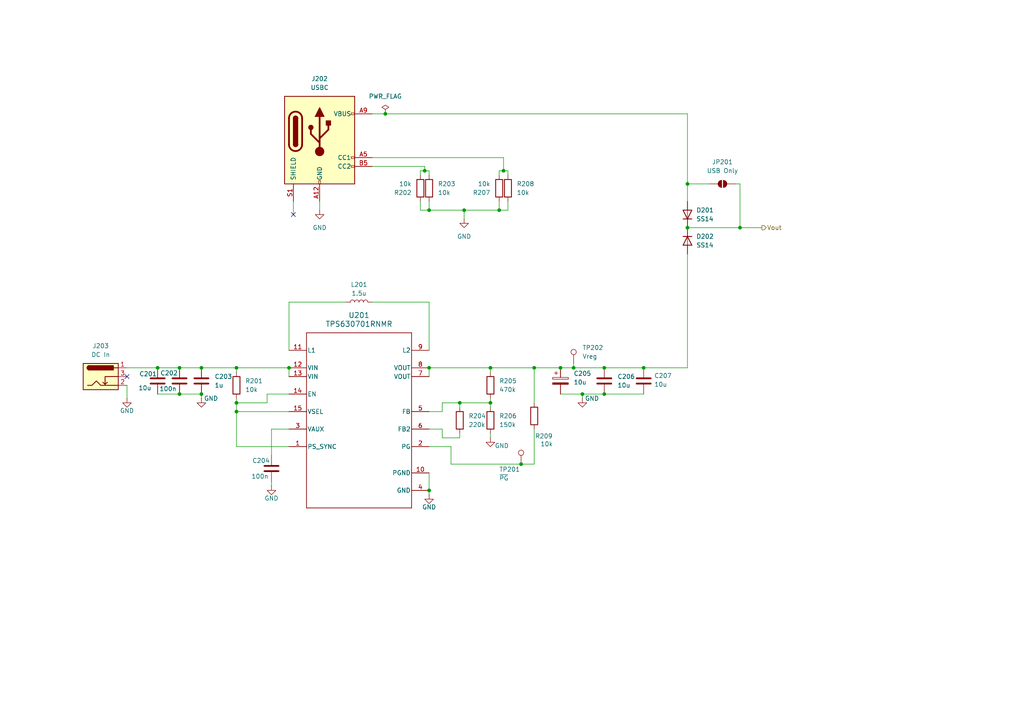
<source format=kicad_sch>
(kicad_sch (version 20250114) (generator "eeschema") (generator_version "9.0")
  (paper "A4")
  (lib_symbols
    (symbol "Connector:Barrel_Jack_Switch" (pin_names (hide yes))
      (property "Reference" "J" (at 0 5.334 0))
      (property "Value" "Barrel_Jack_Switch" (at 0 -5.08 0))
      (symbol "Barrel_Jack_Switch_0_1"
        (rectangle (start -5.08 3.81) (end 5.08 -3.81) (stroke (width 0.254)) (fill (type background)))
        (polyline (pts (xy -3.81 -2.54) (xy -2.54 -2.54) (xy -1.27 -1.27) (xy 0 -2.54) (xy 2.54 -2.54) (xy 5.08 -2.54)) (stroke (width 0.254)))
        (arc (start -3.302 1.905) (mid -3.9343 2.54) (end -3.302 3.175) (stroke (width 0.254)))
        (arc (start -3.302 1.905) (mid -3.9343 2.54) (end -3.302 3.175) (stroke (width 0.254)) (fill (type outline)))
        (polyline (pts (xy 1.27 -2.286) (xy 1.905 -1.651)) (stroke (width 0.254)))
        (rectangle (start 3.683 3.175) (end -3.302 1.905) (stroke (width 0.254)) (fill (type outline)))
        (polyline (pts (xy 5.08 2.54) (xy 3.81 2.54)) (stroke (width 0.254)))
        (polyline (pts (xy 5.08 0) (xy 1.27 0) (xy 1.27 -2.286) (xy 0.635 -1.651)) (stroke (width 0.254)))
      )
      (symbol "Barrel_Jack_Switch_1_1"
        (pin passive line (at 7.62 2.54 180) (length 2.54) (name "~") (number "1"))
        (pin passive line (at 7.62 0 180) (length 2.54) (name "~") (number "3"))
        (pin passive line (at 7.62 -2.54 180) (length 2.54) (name "~") (number "2"))
      )
    )
    (symbol "Connector:TestPoint" (pin_numbers (hide yes)) (pin_names (offset 0.762) (hide yes))
      (property "Reference" "TP" (at 0 6.858 0))
      (property "Value" "TestPoint" (at 0 5.08 0))
      (symbol "TestPoint_0_1"
        (circle (center 0 3.302) (radius 0.762))
      )
      (symbol "TestPoint_1_1"
        (pin passive line (at 0 0 90) (length 2.54) (name "1") (number "1"))
      )
    )
    (symbol "Connector:USB_C_Receptacle_PowerOnly_6P" (pin_names (offset 1.016))
      (property "Reference" "J" (at 0 16.51 0))
      (property "Value" "USB_C_Receptacle_PowerOnly_6P" (at 0 13.97 0))
      (symbol "USB_C_Receptacle_PowerOnly_6P_0_0"
        (rectangle (start -0.254 -12.7) (end 0.254 -11.684))
        (rectangle (start 10.16 7.874) (end 9.144 7.366))
        (rectangle (start 10.16 -4.826) (end 9.144 -5.334))
        (rectangle (start 10.16 -7.366) (end 9.144 -7.874))
      )
      (symbol "USB_C_Receptacle_PowerOnly_6P_0_1"
        (rectangle (start -10.16 12.7) (end 10.16 -12.7) (stroke (width 0.254)) (fill (type background)))
        (polyline (pts (xy -8.89 -1.27) (xy -8.89 6.35)) (stroke (width 0.508)))
        (rectangle (start -7.62 -1.27) (end -6.35 6.35) (stroke (width 0.254)) (fill (type outline)))
        (arc (start -7.62 6.35) (mid -6.985 6.9823) (end -6.35 6.35) (stroke (width 0.254)))
        (arc (start -7.62 6.35) (mid -6.985 6.9823) (end -6.35 6.35) (stroke (width 0.254)) (fill (type outline)))
        (arc (start -8.89 6.35) (mid -6.985 8.2467) (end -5.08 6.35) (stroke (width 0.508)))
        (arc (start -5.08 -1.27) (mid -6.985 -3.1667) (end -8.89 -1.27) (stroke (width 0.508)))
        (arc (start -6.35 -1.27) (mid -6.985 -1.9023) (end -7.62 -1.27) (stroke (width 0.254)))
        (arc (start -6.35 -1.27) (mid -6.985 -1.9023) (end -7.62 -1.27) (stroke (width 0.254)) (fill (type outline)))
        (polyline (pts (xy -5.08 6.35) (xy -5.08 -1.27)) (stroke (width 0.508)))
        (circle (center -2.54 3.683) (radius 0.635) (stroke (width 0.254)) (fill (type outline)))
        (polyline (pts (xy -1.27 6.858) (xy 0 9.398) (xy 1.27 6.858) (xy -1.27 6.858)) (stroke (width 0.254)) (fill (type outline)))
        (polyline (pts (xy 0 0.508) (xy 2.54 3.048) (xy 2.54 4.318)) (stroke (width 0.508)))
        (polyline (pts (xy 0 -0.762) (xy -2.54 1.778) (xy -2.54 3.048)) (stroke (width 0.508)))
        (polyline (pts (xy 0 -3.302) (xy 0 6.858)) (stroke (width 0.508)))
        (circle (center 0 -3.302) (radius 1.27) (fill (type outline)))
        (rectangle (start 1.905 4.318) (end 3.175 5.588) (stroke (width 0.254)) (fill (type outline)))
      )
      (symbol "USB_C_Receptacle_PowerOnly_6P_1_1"
        (pin passive line (at -7.62 -17.78 90) (length 5.08) (name "SHIELD") (number "S1"))
        (pin passive line (at 0 -17.78 90) (length 5.08) (name "GND") (number "A12"))
        (pin passive line (at 0 -17.78 90) (length 5.08) (hide yes) (name "GND") (number "B12"))
        (pin passive line (at 15.24 7.62 180) (length 5.08) (name "VBUS") (number "A9"))
        (pin passive line (at 15.24 7.62 180) (length 5.08) (hide yes) (name "VBUS") (number "B9"))
        (pin bidirectional line (at 15.24 -5.08 180) (length 5.08) (name "CC1") (number "A5"))
        (pin bidirectional line (at 15.24 -7.62 180) (length 5.08) (name "CC2") (number "B5"))
      )
    )
    (symbol "Device:C" (pin_numbers (hide yes)) (pin_names (offset 0.254))
      (property "Reference" "C" (at 0.635 2.54 0))
      (property "Value" "C" (at 0.635 -2.54 0))
      (symbol "C_0_1"
        (polyline (pts (xy -2.032 0.762) (xy 2.032 0.762)) (stroke (width 0.508)))
        (polyline (pts (xy -2.032 -0.762) (xy 2.032 -0.762)) (stroke (width 0.508)))
      )
      (symbol "C_1_1"
        (pin passive line (at 0 3.81 270) (length 2.794) (name "~") (number "1"))
        (pin passive line (at 0 -3.81 90) (length 2.794) (name "~") (number "2"))
      )
    )
    (symbol "Device:C_Polarized" (pin_numbers (hide yes)) (pin_names (offset 0.254))
      (property "Reference" "C" (at 0.635 2.54 0))
      (property "Value" "C_Polarized" (at 0.635 -2.54 0))
      (symbol "C_Polarized_0_1"
        (rectangle (start -2.286 0.508) (end 2.286 1.016))
        (polyline (pts (xy -1.778 2.286) (xy -0.762 2.286)))
        (polyline (pts (xy -1.27 2.794) (xy -1.27 1.778)))
        (rectangle (start 2.286 -0.508) (end -2.286 -1.016) (fill (type outline)))
      )
      (symbol "C_Polarized_1_1"
        (pin passive line (at 0 3.81 270) (length 2.794) (name "~") (number "1"))
        (pin passive line (at 0 -3.81 90) (length 2.794) (name "~") (number "2"))
      )
    )
    (symbol "Device:D" (pin_numbers (hide yes)) (pin_names (offset 1.016) (hide yes))
      (property "Reference" "D" (at 0 2.54 0))
      (property "Value" "D" (at 0 -2.54 0))
      (symbol "D_0_1"
        (polyline (pts (xy -1.27 1.27) (xy -1.27 -1.27)) (stroke (width 0.254)))
        (polyline (pts (xy 1.27 1.27) (xy 1.27 -1.27) (xy -1.27 0) (xy 1.27 1.27)) (stroke (width 0.254)))
        (polyline (pts (xy 1.27 0) (xy -1.27 0)))
      )
      (symbol "D_1_1"
        (pin passive line (at -3.81 0 0) (length 2.54) (name "K") (number "1"))
        (pin passive line (at 3.81 0 180) (length 2.54) (name "A") (number "2"))
      )
    )
    (symbol "Device:L" (pin_numbers (hide yes)) (pin_names (offset 1.016) (hide yes))
      (property "Reference" "L" (at -1.27 0 90))
      (property "Value" "L" (at 1.905 0 90))
      (symbol "L_0_1"
        (arc (start 0 2.54) (mid 0.6323 1.905) (end 0 1.27))
        (arc (start 0 1.27) (mid 0.6323 0.635) (end 0 0))
        (arc (start 0 0) (mid 0.6323 -0.635) (end 0 -1.27))
        (arc (start 0 -1.27) (mid 0.6323 -1.905) (end 0 -2.54))
      )
      (symbol "L_1_1"
        (pin passive line (at 0 3.81 270) (length 1.27) (name "1") (number "1"))
        (pin passive line (at 0 -3.81 90) (length 1.27) (name "2") (number "2"))
      )
    )
    (symbol "Device:R" (pin_numbers (hide yes)) (pin_names (offset 0))
      (property "Reference" "R" (at 2.032 0 90))
      (property "Value" "R" (at 0 0 90))
      (symbol "R_0_1"
        (rectangle (start -1.016 -2.54) (end 1.016 2.54) (stroke (width 0.254)))
      )
      (symbol "R_1_1"
        (pin passive line (at 0 3.81 270) (length 1.27) (name "~") (number "1"))
        (pin passive line (at 0 -3.81 90) (length 1.27) (name "~") (number "2"))
      )
    )
    (symbol "Jumper:SolderJumper_2_Open" (pin_numbers (hide yes)) (pin_names (offset 0) (hide yes)) (in_bom no)
      (property "Reference" "JP" (at 0 2.032 0))
      (property "Value" "SolderJumper_2_Open" (at 0 -2.54 0))
      (symbol "SolderJumper_2_Open_0_1"
        (polyline (pts (xy -0.254 1.016) (xy -0.254 -1.016)))
        (arc (start -0.254 -1.016) (mid -1.2656 0) (end -0.254 1.016))
        (arc (start -0.254 -1.016) (mid -1.2656 0) (end -0.254 1.016) (fill (type outline)))
        (arc (start 0.254 1.016) (mid 1.2656 0) (end 0.254 -1.016))
        (arc (start 0.254 1.016) (mid 1.2656 0) (end 0.254 -1.016) (fill (type outline)))
        (polyline (pts (xy 0.254 1.016) (xy 0.254 -1.016)))
      )
      (symbol "SolderJumper_2_Open_1_1"
        (pin passive line (at -3.81 0 0) (length 2.54) (name "A") (number "1"))
        (pin passive line (at 3.81 0 180) (length 2.54) (name "B") (number "2"))
      )
    )
    (symbol "TPS63070:TPS630701RNMR" (pin_names (offset 0.254))
      (property "Reference" "U" (at 0 2.54 0))
      (property "Value" "TPS630701RNMR" (at 0 0 0))
      (symbol "TPS630701RNMR_0_1"
        (polyline (pts (xy -15.24 25.4) (xy -15.24 -25.4)) (stroke (width 0.2032)))
        (polyline (pts (xy -15.24 -25.4) (xy 15.24 -25.4)) (stroke (width 0.2032)))
        (polyline (pts (xy 15.24 25.4) (xy -15.24 25.4)) (stroke (width 0.2032)))
        (polyline (pts (xy 15.24 -25.4) (xy 15.24 25.4)) (stroke (width 0.2032)))
        (pin unspecified line (at -20.32 20.32 0) (length 5.08) (name "L1") (number "11"))
        (pin power_in line (at -20.32 15.24 0) (length 5.08) (name "VIN") (number "12"))
        (pin power_in line (at -20.32 12.7 0) (length 5.08) (name "VIN") (number "13"))
        (pin input line (at -20.32 7.62 0) (length 5.08) (name "EN") (number "14"))
        (pin input line (at -20.32 2.54 0) (length 5.08) (name "VSEL") (number "15"))
        (pin unspecified line (at -20.32 -2.54 0) (length 5.08) (name "VAUX") (number "3"))
        (pin input line (at -20.32 -7.62 0) (length 5.08) (name "PS_SYNC") (number "1"))
        (pin unspecified line (at 20.32 20.32 180) (length 5.08) (name "L2") (number "9"))
        (pin power_in line (at 20.32 15.24 180) (length 5.08) (name "VOUT") (number "8"))
        (pin power_in line (at 20.32 12.7 180) (length 5.08) (name "VOUT") (number "7"))
        (pin output line (at 20.32 2.54 180) (length 5.08) (name "FB") (number "5"))
        (pin input line (at 20.32 -2.54 180) (length 5.08) (name "FB2") (number "6"))
        (pin open_collector line (at 20.32 -7.62 180) (length 5.08) (name "PG") (number "2"))
        (pin power_in line (at 20.32 -15.24 180) (length 5.08) (name "PGND") (number "10"))
        (pin power_in line (at 20.32 -20.32 180) (length 5.08) (name "GND") (number "4"))
      )
    )
    (symbol "power:GND" (power) (pin_numbers (hide yes)) (pin_names (offset 0) (hide yes))
      (property "Value" "GND" (at 0 -3.81 0))
      (symbol "GND_0_1"
        (polyline (pts (xy 0 0) (xy 0 -1.27) (xy 1.27 -1.27) (xy 0 -2.54) (xy -1.27 -1.27) (xy 0 -1.27)))
      )
      (symbol "GND_1_1"
        (pin power_in line (at 0 0 270) (length 0) (name "~") (number "1"))
      )
    )
    (symbol "power:PWR_FLAG" (power) (pin_numbers (hide yes)) (pin_names (offset 0) (hide yes))
      (property "Value" "PWR_FLAG" (at 0 3.81 0))
      (symbol "PWR_FLAG_0_0"
        (pin power_out line (at 0 0 90) (length 0) (name "~") (number "1"))
      )
      (symbol "PWR_FLAG_0_1"
        (polyline (pts (xy 0 0) (xy 0 1.27) (xy -1.016 1.905) (xy 0 2.54) (xy 1.016 1.905) (xy 0 1.27)))
      )
    )
  )
  (junction (at 68.58 119.38))
  (junction (at 154.94 106.68))
  (junction (at 123.19 49.53))
  (junction (at 168.91 114.3))
  (junction (at 124.46 60.96))
  (junction (at 186.69 106.68))
  (junction (at 166.37 106.68))
  (junction (at 162.56 106.68))
  (junction (at 134.62 60.96))
  (junction (at 58.42 114.3))
  (junction (at 142.24 116.84))
  (junction (at 52.07 114.3))
  (junction (at 142.24 106.68))
  (junction (at 146.05 49.53))
  (junction (at 175.26 114.3))
  (junction (at 83.82 106.68))
  (junction (at 175.26 106.68))
  (junction (at 144.78 60.96))
  (junction (at 68.58 106.68))
  (junction (at 111.76 33.02))
  (junction (at 133.35 116.84))
  (junction (at 214.63 66.04))
  (junction (at 124.46 106.68))
  (junction (at 199.39 66.04))
  (junction (at 52.07 106.68))
  (junction (at 151.13 134.62))
  (junction (at 45.72 106.68))
  (junction (at 58.42 106.68))
  (junction (at 124.46 142.24))
  (junction (at 68.58 116.84))
  (junction (at 199.39 53.34))
  (no_connect (at 36.83 109.22))
  (no_connect (at 85.09 62.23))
  (wire (pts (xy 214.63 66.04) (xy 220.98 66.04)))
  (wire (pts (xy 147.32 49.53) (xy 147.32 50.8)))
  (wire (pts (xy 121.92 60.96) (xy 124.46 60.96)))
  (wire (pts (xy 128.27 116.84) (xy 133.35 116.84)))
  (wire (pts (xy 77.47 114.3) (xy 83.82 114.3)))
  (wire (pts (xy 154.94 134.62) (xy 151.13 134.62)))
  (wire (pts (xy 162.56 106.68) (xy 166.37 106.68)))
  (wire (pts (xy 213.36 53.34) (xy 214.63 53.34)))
  (wire (pts (xy 146.05 45.72) (xy 107.95 45.72)))
  (wire (pts (xy 124.46 58.42) (xy 124.46 60.96)))
  (wire (pts (xy 128.27 127) (xy 128.27 124.46)))
  (wire (pts (xy 133.35 127) (xy 133.35 125.73)))
  (wire (pts (xy 142.24 107.95) (xy 142.24 106.68)))
  (wire (pts (xy 68.58 129.54) (xy 68.58 119.38)))
  (wire (pts (xy 144.78 49.53) (xy 144.78 50.8)))
  (wire (pts (xy 124.46 119.38) (xy 128.27 119.38)))
  (wire (pts (xy 134.62 60.96) (xy 144.78 60.96)))
  (wire (pts (xy 78.74 139.7) (xy 78.74 140.97)))
  (wire (pts (xy 68.58 116.84) (xy 68.58 115.57)))
  (wire (pts (xy 121.92 58.42) (xy 121.92 60.96)))
  (wire (pts (xy 36.83 111.76) (xy 36.83 115.57)))
  (wire (pts (xy 124.46 106.68) (xy 142.24 106.68)))
  (wire (pts (xy 111.76 33.02) (xy 107.95 33.02)))
  (wire (pts (xy 147.32 60.96) (xy 147.32 58.42)))
  (wire (pts (xy 124.46 129.54) (xy 130.81 129.54)))
  (wire (pts (xy 83.82 87.63) (xy 100.33 87.63)))
  (wire (pts (xy 199.39 58.42) (xy 199.39 53.34)))
  (wire (pts (xy 123.19 49.53) (xy 123.19 48.26)))
  (wire (pts (xy 142.24 116.84) (xy 142.24 118.11)))
  (wire (pts (xy 130.81 129.54) (xy 130.81 134.62)))
  (wire (pts (xy 168.91 114.3) (xy 168.91 115.57)))
  (wire (pts (xy 83.82 129.54) (xy 68.58 129.54)))
  (wire (pts (xy 124.46 106.68) (xy 124.46 109.22)))
  (wire (pts (xy 199.39 53.34) (xy 199.39 33.02)))
  (wire (pts (xy 142.24 106.68) (xy 154.94 106.68)))
  (wire (pts (xy 128.27 124.46) (xy 124.46 124.46)))
  (wire (pts (xy 58.42 106.68) (xy 68.58 106.68)))
  (wire (pts (xy 68.58 106.68) (xy 83.82 106.68)))
  (wire (pts (xy 52.07 106.68) (xy 58.42 106.68)))
  (wire (pts (xy 121.92 50.8) (xy 121.92 49.53)))
  (wire (pts (xy 111.76 33.02) (xy 199.39 33.02)))
  (wire (pts (xy 199.39 53.34) (xy 205.74 53.34)))
  (wire (pts (xy 68.58 119.38) (xy 68.58 116.84)))
  (wire (pts (xy 199.39 66.04) (xy 214.63 66.04)))
  (wire (pts (xy 144.78 49.53) (xy 146.05 49.53)))
  (wire (pts (xy 77.47 116.84) (xy 68.58 116.84)))
  (wire (pts (xy 58.42 115.57) (xy 58.42 114.3)))
  (wire (pts (xy 144.78 60.96) (xy 147.32 60.96)))
  (wire (pts (xy 154.94 106.68) (xy 162.56 106.68)))
  (wire (pts (xy 78.74 124.46) (xy 78.74 132.08)))
  (wire (pts (xy 123.19 49.53) (xy 124.46 49.53)))
  (wire (pts (xy 36.83 106.68) (xy 45.72 106.68)))
  (wire (pts (xy 83.82 124.46) (xy 78.74 124.46)))
  (wire (pts (xy 124.46 87.63) (xy 124.46 101.6)))
  (wire (pts (xy 214.63 53.34) (xy 214.63 66.04)))
  (wire (pts (xy 134.62 60.96) (xy 124.46 60.96)))
  (wire (pts (xy 130.81 134.62) (xy 151.13 134.62)))
  (wire (pts (xy 144.78 58.42) (xy 144.78 60.96)))
  (wire (pts (xy 154.94 106.68) (xy 154.94 116.84)))
  (wire (pts (xy 186.69 106.68) (xy 199.39 106.68)))
  (wire (pts (xy 128.27 119.38) (xy 128.27 116.84)))
  (wire (pts (xy 124.46 142.24) (xy 124.46 143.51)))
  (wire (pts (xy 107.95 48.26) (xy 123.19 48.26)))
  (wire (pts (xy 146.05 49.53) (xy 147.32 49.53)))
  (wire (pts (xy 68.58 106.68) (xy 68.58 107.95)))
  (wire (pts (xy 92.71 58.42) (xy 92.71 60.96)))
  (wire (pts (xy 68.58 119.38) (xy 83.82 119.38)))
  (wire (pts (xy 83.82 101.6) (xy 83.82 87.63)))
  (wire (pts (xy 166.37 105.41) (xy 166.37 106.68)))
  (wire (pts (xy 45.72 114.3) (xy 52.07 114.3)))
  (wire (pts (xy 124.46 137.16) (xy 124.46 142.24)))
  (wire (pts (xy 124.46 50.8) (xy 124.46 49.53)))
  (wire (pts (xy 121.92 49.53) (xy 123.19 49.53)))
  (wire (pts (xy 142.24 115.57) (xy 142.24 116.84)))
  (wire (pts (xy 45.72 106.68) (xy 52.07 106.68)))
  (wire (pts (xy 133.35 116.84) (xy 142.24 116.84)))
  (wire (pts (xy 166.37 106.68) (xy 175.26 106.68)))
  (wire (pts (xy 52.07 114.3) (xy 58.42 114.3)))
  (wire (pts (xy 146.05 49.53) (xy 146.05 45.72)))
  (wire (pts (xy 154.94 124.46) (xy 154.94 134.62)))
  (wire (pts (xy 175.26 106.68) (xy 186.69 106.68)))
  (wire (pts (xy 142.24 125.73) (xy 142.24 127)))
  (wire (pts (xy 199.39 106.68) (xy 199.39 73.66)))
  (wire (pts (xy 168.91 114.3) (xy 175.26 114.3)))
  (wire (pts (xy 133.35 127) (xy 128.27 127)))
  (wire (pts (xy 83.82 106.68) (xy 83.82 109.22)))
  (wire (pts (xy 162.56 114.3) (xy 168.91 114.3)))
  (wire (pts (xy 85.09 58.42) (xy 85.09 62.23)))
  (wire (pts (xy 107.95 87.63) (xy 124.46 87.63)))
  (wire (pts (xy 133.35 118.11) (xy 133.35 116.84)))
  (wire (pts (xy 175.26 114.3) (xy 186.69 114.3)))
  (wire (pts (xy 77.47 114.3) (xy 77.47 116.84)))
  (wire (pts (xy 134.62 60.96) (xy 134.62 63.5)))
  (hierarchical_label "Vout" (shape output) (at 220.98 66.04 0))
  (symbol (lib_id "Device:R") (at 154.94 120.65 0) (unit 1) (in_bom no)
    (property "Reference" "R209" (at 155.194 126.492 0) (effects (justify left)))
    (property "Value" "10k" (at 156.718 128.778 0) (effects (justify left)))
    (property "Footprint" "Resistor_SMD:R_1206_3216Metric_Pad1.30x1.75mm_HandSolder" (effects (hide yes)))
    (property "Description" "Resistor" (effects (hide yes)))
  )
  (symbol (lib_id "Device:C") (at 58.42 110.49 0) (unit 1)
    (property "Reference" "C203" (at 62.23 109.2199 0) (effects (justify left)))
    (property "Value" "1u" (at 62.23 111.7599 0) (effects (justify left)))
    (property "Footprint" "Capacitor_SMD:C_0805_2012Metric_Pad1.18x1.45mm_HandSolder" (effects (hide yes)))
    (property "Description" "Unpolarized capacitor" (effects (hide yes)))
    (property "LCSC" "C7393927" (effects (hide yes)))
  )
  (symbol (lib_id "Device:R") (at 142.24 111.76 0) (unit 1)
    (property "Reference" "R205" (at 144.78 110.4899 0) (effects (justify left)))
    (property "Value" "470k" (at 144.78 113.0299 0) (effects (justify left)))
    (property "Footprint" "Resistor_SMD:R_0805_2012Metric_Pad1.20x1.40mm_HandSolder" (effects (hide yes)))
    (property "Description" "Resistor" (effects (hide yes)))
    (property "LCSC" "C3016836" (effects (hide yes)))
  )
  (symbol (lib_id "Device:R") (at 121.92 54.61 180) (unit 1) (in_bom no)
    (property "Reference" "R202" (at 119.38 55.8801 0) (effects (justify left)))
    (property "Value" "10k" (at 119.38 53.3401 0) (effects (justify left)))
    (property "Footprint" "Resistor_SMD:R_1206_3216Metric_Pad1.30x1.75mm_HandSolder" (effects (hide yes)))
    (property "Description" "Resistor" (effects (hide yes)))
  )
  (symbol (lib_id "power:GND") (at 168.91 115.57 0) (unit 1)
    (property "Reference" "#PWR0208" (effects (hide yes)))
    (property "Value" "GND" (at 171.704 115.57 0))
    (property "Description" "Power symbol creates a global label with name \"GND\" , ground" (effects (hide yes)))
  )
  (symbol (lib_id "power:GND") (at 58.42 115.57 0) (unit 1)
    (property "Reference" "#PWR0202" (effects (hide yes)))
    (property "Value" "GND" (at 61.214 115.57 0))
    (property "Description" "Power symbol creates a global label with name \"GND\" , ground" (effects (hide yes)))
  )
  (symbol (lib_id "Device:R") (at 147.32 54.61 0) (unit 1) (in_bom no)
    (property "Reference" "R208" (at 149.86 53.3399 0) (effects (justify left)))
    (property "Value" "10k" (at 149.86 55.8799 0) (effects (justify left)))
    (property "Footprint" "Resistor_SMD:R_1206_3216Metric_Pad1.30x1.75mm_HandSolder" (effects (hide yes)))
    (property "Description" "Resistor" (effects (hide yes)))
  )
  (symbol (lib_id "Device:R") (at 144.78 54.61 180) (unit 1) (in_bom no)
    (property "Reference" "R207" (at 142.24 55.8801 0) (effects (justify left)))
    (property "Value" "10k" (at 142.24 53.3401 0) (effects (justify left)))
    (property "Footprint" "Resistor_SMD:R_1206_3216Metric_Pad1.30x1.75mm_HandSolder" (effects (hide yes)))
    (property "Description" "Resistor" (effects (hide yes)))
  )
  (symbol (lib_id "Connector:TestPoint") (at 151.13 134.62 0) (unit 1) (in_bom no)
    (property "Reference" "TP201" (at 144.78 136.144 0) (effects (justify left)))
    (property "Value" "~{PG}" (at 144.78 138.684 0) (effects (justify left)))
    (property "Footprint" "TestPoint:TestPoint_Pad_D2.0mm" (effects (hide yes)))
    (property "Description" "test point" (effects (hide yes)))
  )
  (symbol (lib_id "power:GND") (at 36.83 115.57 0) (unit 1)
    (property "Reference" "#PWR0201" (effects (hide yes)))
    (property "Value" "GND" (at 36.83 119.126 0))
    (property "Description" "Power symbol creates a global label with name \"GND\" , ground" (effects (hide yes)))
  )
  (symbol (lib_id "power:GND") (at 124.46 143.51 0) (unit 1)
    (property "Reference" "#PWR0205" (effects (hide yes)))
    (property "Value" "GND" (at 124.46 147.066 0))
    (property "Description" "Power symbol creates a global label with name \"GND\" , ground" (effects (hide yes)))
  )
  (symbol (lib_id "power:GND") (at 142.24 127 0) (unit 1)
    (property "Reference" "#PWR0207" (effects (hide yes)))
    (property "Value" "GND" (at 145.542 129.286 0))
    (property "Description" "Power symbol creates a global label with name \"GND\" , ground" (effects (hide yes)))
  )
  (symbol (lib_id "power:GND") (at 92.71 60.96 0) (unit 1)
    (property "Reference" "#PWR0204" (effects (hide yes)))
    (property "Value" "GND" (at 92.71 66.04 0))
    (property "Description" "Power symbol creates a global label with name \"GND\" , ground" (effects (hide yes)))
  )
  (symbol (lib_id "Device:C") (at 78.74 135.89 0) (unit 1) (in_bom no)
    (property "Reference" "C204" (at 73.152 133.604 0) (effects (justify left)))
    (property "Value" "100n" (at 72.898 138.176 0) (effects (justify left)))
    (property "Footprint" "Capacitor_SMD:C_1206_3216Metric_Pad1.33x1.80mm_HandSolder" (effects (hide yes)))
    (property "Description" "Unpolarized capacitor" (effects (hide yes)))
  )
  (symbol (lib_id "Device:C") (at 186.69 110.49 0) (unit 1) (in_bom no)
    (property "Reference" "C207" (at 189.738 108.966 0) (effects (justify left)))
    (property "Value" "10u" (at 189.738 111.506 0) (effects (justify left)))
    (property "Footprint" "Capacitor_SMD:C_1206_3216Metric_Pad1.33x1.80mm_HandSolder" (effects (hide yes)))
    (property "Description" "Unpolarized capacitor" (effects (hide yes)))
  )
  (symbol (lib_id "Device:C") (at 52.07 110.49 0) (unit 1) (in_bom no)
    (property "Reference" "C202" (at 46.482 108.204 0) (effects (justify left)))
    (property "Value" "100n" (at 46.228 112.776 0) (effects (justify left)))
    (property "Footprint" "Capacitor_SMD:C_1206_3216Metric_Pad1.33x1.80mm_HandSolder" (effects (hide yes)))
    (property "Description" "Unpolarized capacitor" (effects (hide yes)))
  )
  (symbol (lib_id "Device:C") (at 175.26 110.49 0) (unit 1) (in_bom no)
    (property "Reference" "C206" (at 179.07 109.2199 0) (effects (justify left)))
    (property "Value" "10u" (at 179.07 111.7599 0) (effects (justify left)))
    (property "Footprint" "Capacitor_SMD:C_1206_3216Metric_Pad1.33x1.80mm_HandSolder" (effects (hide yes)))
    (property "Description" "Unpolarized capacitor" (effects (hide yes)))
  )
  (symbol (lib_id "TPS63070:TPS630701RNMR") (at 104.14 121.92 0) (unit 1)
    (property "Reference" "U201" (at 104.14 91.44 0) (effects (font (size 1.524 1.524))))
    (property "Value" "TPS630701RNMR" (at 104.14 93.98 0) (effects (font (size 1.524 1.524))))
    (property "Footprint" "lib:TPS63070" (effects (hide yes)))
    (property "Datasheet" "https://www.ti.com/lit/gpn/TPS63070" (effects (hide yes)))
    (property "LCSC" "C109322" (effects (hide yes)))
  )
  (symbol (lib_id "Device:C") (at 45.72 110.49 0) (unit 1) (in_bom no)
    (property "Reference" "C201" (at 40.386 108.458 0) (effects (justify left)))
    (property "Value" "10u" (at 40.132 112.522 0) (effects (justify left)))
    (property "Footprint" "Capacitor_SMD:C_1206_3216Metric_Pad1.33x1.80mm_HandSolder" (effects (hide yes)))
    (property "Description" "Unpolarized capacitor" (effects (hide yes)))
  )
  (symbol (lib_id "power:PWR_FLAG") (at 111.76 33.02 0) (unit 1)
    (property "Reference" "#FLG0201" (effects (hide yes)))
    (property "Value" "PWR_FLAG" (at 111.76 27.94 0))
    (property "Description" "Special symbol for telling ERC where power comes from" (effects (hide yes)))
  )
  (symbol (lib_id "Device:D") (at 199.39 62.23 90) (unit 1)
    (property "Reference" "D201" (at 201.93 60.9599 90) (effects (justify right)))
    (property "Value" "SS14" (at 201.93 63.4999 90) (effects (justify right)))
    (property "Footprint" "Diode_SMD:D_SMA_Handsoldering" (effects (hide yes)))
    (property "Datasheet" "https://www.lcsc.com/datasheet/lcsc_datasheet_2410121628_GOODWORK-SS14_C2986110.pdf" (effects (hide yes)))
    (property "Description" "Diode" (effects (hide yes)))
    (property "Sim.Device" "D" (effects (hide yes)))
    (property "Sim.Pins" "1=K 2=A" (effects (hide yes)))
    (property "LCSC" "C2986110" (effects (hide yes)))
  )
  (symbol (lib_id "power:GND") (at 134.62 63.5 0) (unit 1)
    (property "Reference" "#PWR0206" (effects (hide yes)))
    (property "Value" "GND" (at 134.62 68.58 0))
    (property "Description" "Power symbol creates a global label with name \"GND\" , ground" (effects (hide yes)))
  )
  (symbol (lib_id "Device:C_Polarized") (at 162.56 110.49 0) (unit 1) (in_bom no)
    (property "Reference" "C205" (at 166.37 108.3309 0) (effects (justify left)))
    (property "Value" "10u" (at 166.37 110.8709 0) (effects (justify left)))
    (property "Footprint" "Capacitor_Tantalum_SMD:CP_EIA-7343-31_Kemet-D_HandSolder" (effects (hide yes)))
    (property "Description" "Polarized capacitor" (effects (hide yes)))
  )
  (symbol (lib_id "Device:R") (at 142.24 121.92 0) (unit 1)
    (property "Reference" "R206" (at 144.78 120.6499 0) (effects (justify left)))
    (property "Value" "150k" (at 144.78 123.1899 0) (effects (justify left)))
    (property "Footprint" "Resistor_SMD:R_0805_2012Metric_Pad1.20x1.40mm_HandSolder" (effects (hide yes)))
    (property "Description" "Resistor" (effects (hide yes)))
    (property "LCSC" "C365243" (effects (hide yes)))
  )
  (symbol (lib_id "Device:D") (at 199.39 69.85 270) (unit 1)
    (property "Reference" "D202" (at 201.93 68.5799 90) (effects (justify left)))
    (property "Value" "SS14" (at 201.93 71.1199 90) (effects (justify left)))
    (property "Footprint" "Diode_SMD:D_SMA_Handsoldering" (effects (hide yes)))
    (property "Datasheet" "https://www.lcsc.com/datasheet/lcsc_datasheet_2410121628_GOODWORK-SS14_C2986110.pdf" (effects (hide yes)))
    (property "Description" "Diode" (effects (hide yes)))
    (property "Sim.Device" "D" (effects (hide yes)))
    (property "Sim.Pins" "1=K 2=A" (effects (hide yes)))
    (property "LCSC" "C2986110" (effects (hide yes)))
  )
  (symbol (lib_id "Jumper:SolderJumper_2_Open") (at 209.55 53.34 0) (unit 1) (in_bom no)
    (property "Reference" "JP201" (at 209.55 46.99 0))
    (property "Value" "USB Only" (at 209.55 49.53 0))
    (property "Footprint" "Jumper:SolderJumper-2_P1.3mm_Open_RoundedPad1.0x1.5mm" (effects (hide yes)))
    (property "Description" "Solder Jumper, 2-pole, open" (effects (hide yes)))
  )
  (symbol (lib_id "Device:L") (at 104.14 87.63 90) (unit 1)
    (property "Reference" "L201" (at 104.14 82.55 90))
    (property "Value" "1.5u" (at 104.14 85.09 90))
    (property "Footprint" "Inductor_SMD:L_Cenker_CKCS4020" (effects (hide yes)))
    (property "Datasheet" "https://www.lcsc.com/datasheet/lcsc_datasheet_2410121731_CENKER-CKCSA4020-1-5uH-N_C5442006.pdf" (effects (hide yes)))
    (property "Description" "Inductor" (effects (hide yes)))
    (property "LCSC" "C5442006" (effects (hide yes)))
  )
  (symbol (lib_id "Connector:TestPoint") (at 166.37 105.41 0) (unit 1) (in_bom no)
    (property "Reference" "TP202" (at 168.91 100.8379 0) (effects (justify left)))
    (property "Value" "Vreg" (at 168.91 103.3779 0) (effects (justify left)))
    (property "Footprint" "TestPoint:TestPoint_Pad_D2.0mm" (effects (hide yes)))
    (property "Description" "test point" (effects (hide yes)))
  )
  (symbol (lib_id "power:GND") (at 78.74 140.97 0) (unit 1)
    (property "Reference" "#PWR0203" (effects (hide yes)))
    (property "Value" "GND" (at 78.74 144.526 0))
    (property "Description" "Power symbol creates a global label with name \"GND\" , ground" (effects (hide yes)))
  )
  (symbol (lib_id "Device:R") (at 68.58 111.76 0) (unit 1) (in_bom no)
    (property "Reference" "R201" (at 71.12 110.4899 0) (effects (justify left)))
    (property "Value" "10k" (at 71.12 113.0299 0) (effects (justify left)))
    (property "Footprint" "Resistor_SMD:R_1206_3216Metric_Pad1.30x1.75mm_HandSolder" (effects (hide yes)))
    (property "Description" "Resistor" (effects (hide yes)))
  )
  (symbol (lib_id "Connector:USB_C_Receptacle_PowerOnly_6P") (at 92.71 40.64 0) (unit 1)
    (property "Reference" "J202" (at 92.71 22.86 0))
    (property "Value" "USBC" (at 92.71 25.4 0))
    (property "Footprint" "Connector_USB:USB_C_Receptacle_GCT_USB4125-xx-x_6P_TopMnt_Horizontal" (effects (hide yes)))
    (property "Datasheet" "https://www.usb.org/sites/default/files/documents/usb_type-c.zip" (effects (hide yes)))
    (property "Description" "USB Power-Only 6P Type-C Receptacle connector" (effects (hide yes)))
    (property "LCSC" "C42400234" (effects (hide yes)))
  )
  (symbol (lib_id "Connector:Barrel_Jack_Switch") (at 29.21 109.22 0) (unit 1) (in_bom no)
    (property "Reference" "J203" (at 29.21 100.33 0))
    (property "Value" "DC In" (at 29.21 102.87 0))
    (property "Footprint" "Connector_BarrelJack:BarrelJack_Horizontal" (effects (hide yes)))
    (property "Description" "DC Barrel Jack with an internal switch" (effects (hide yes)))
  )
  (symbol (lib_id "Device:R") (at 124.46 54.61 0) (unit 1) (in_bom no)
    (property "Reference" "R203" (at 127 53.3399 0) (effects (justify left)))
    (property "Value" "10k" (at 127 55.8799 0) (effects (justify left)))
    (property "Footprint" "Resistor_SMD:R_1206_3216Metric_Pad1.30x1.75mm_HandSolder" (effects (hide yes)))
    (property "Description" "Resistor" (effects (hide yes)))
  )
  (symbol (lib_id "Device:R") (at 133.35 121.92 0) (unit 1)
    (property "Reference" "R204" (at 135.89 120.6499 0) (effects (justify left)))
    (property "Value" "220k" (at 135.89 123.1899 0) (effects (justify left)))
    (property "Footprint" "Resistor_SMD:R_0805_2012Metric_Pad1.20x1.40mm_HandSolder" (effects (hide yes)))
    (property "Description" "Resistor" (effects (hide yes)))
    (property "LCSC" "C5140137" (effects (hide yes)))
  )
)
</source>
